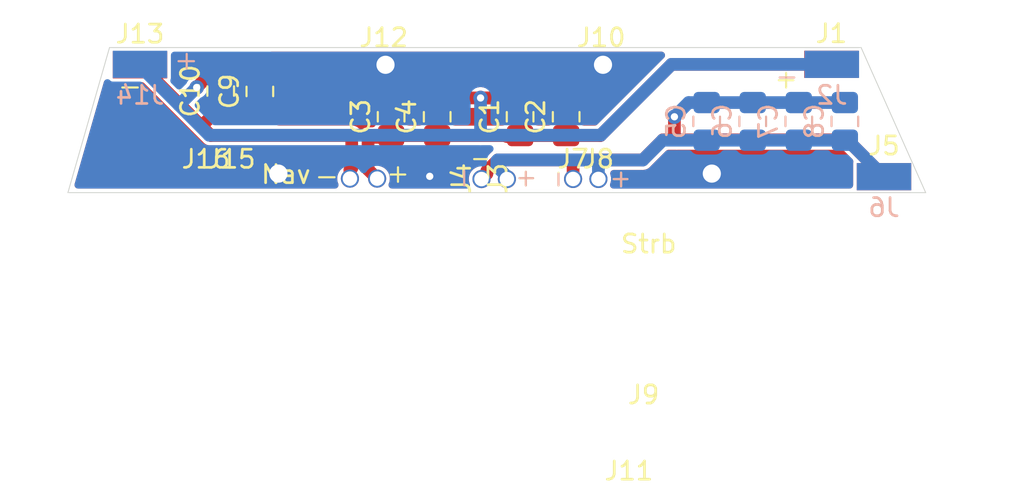
<source format=kicad_pcb>
(kicad_pcb (version 20171130) (host pcbnew "(5.1.9)-1")

  (general
    (thickness 1.6)
    (drawings 29)
    (tracks 83)
    (zones 0)
    (modules 26)
    (nets 7)
  )

  (page A4)
  (layers
    (0 F.Cu signal)
    (31 B.Cu signal)
    (32 B.Adhes user)
    (33 F.Adhes user)
    (34 B.Paste user)
    (35 F.Paste user)
    (36 B.SilkS user)
    (37 F.SilkS user)
    (38 B.Mask user)
    (39 F.Mask user)
    (40 Dwgs.User user)
    (41 Cmts.User user)
    (42 Eco1.User user)
    (43 Eco2.User user)
    (44 Edge.Cuts user)
    (45 Margin user)
    (46 B.CrtYd user)
    (47 F.CrtYd user)
    (48 B.Fab user)
    (49 F.Fab user)
  )

  (setup
    (last_trace_width 0.7)
    (user_trace_width 0.5)
    (user_trace_width 0.7)
    (trace_clearance 0.2)
    (zone_clearance 0.2)
    (zone_45_only no)
    (trace_min 0.2)
    (via_size 0.8)
    (via_drill 0.4)
    (via_min_size 0.4)
    (via_min_drill 0.3)
    (uvia_size 0.3)
    (uvia_drill 0.1)
    (uvias_allowed no)
    (uvia_min_size 0.2)
    (uvia_min_drill 0.1)
    (edge_width 0.05)
    (segment_width 0.2)
    (pcb_text_width 0.3)
    (pcb_text_size 1.5 1.5)
    (mod_edge_width 0.12)
    (mod_text_size 1 1)
    (mod_text_width 0.15)
    (pad_size 1 1)
    (pad_drill 0.8)
    (pad_to_mask_clearance 0)
    (aux_axis_origin 0 0)
    (visible_elements 7FFFFFFF)
    (pcbplotparams
      (layerselection 0x010fc_ffffffff)
      (usegerberextensions false)
      (usegerberattributes true)
      (usegerberadvancedattributes true)
      (creategerberjobfile true)
      (excludeedgelayer true)
      (linewidth 0.100000)
      (plotframeref false)
      (viasonmask false)
      (mode 1)
      (useauxorigin false)
      (hpglpennumber 1)
      (hpglpenspeed 20)
      (hpglpendiameter 15.000000)
      (psnegative false)
      (psa4output false)
      (plotreference true)
      (plotvalue true)
      (plotinvisibletext false)
      (padsonsilk false)
      (subtractmaskfromsilk false)
      (outputformat 1)
      (mirror false)
      (drillshape 1)
      (scaleselection 1)
      (outputdirectory ""))
  )

  (net 0 "")
  (net 1 "Net-(C1-Pad1)")
  (net 2 "Net-(C1-Pad2)")
  (net 3 GND)
  (net 4 "Net-(C5-Pad2)")
  (net 5 "Net-(C5-Pad1)")
  (net 6 "Net-(C10-Pad1)")

  (net_class Default "This is the default net class."
    (clearance 0.2)
    (trace_width 0.25)
    (via_dia 0.8)
    (via_drill 0.4)
    (uvia_dia 0.3)
    (uvia_drill 0.1)
    (add_net GND)
    (add_net "Net-(C1-Pad1)")
    (add_net "Net-(C1-Pad2)")
    (add_net "Net-(C10-Pad1)")
    (add_net "Net-(C5-Pad1)")
    (add_net "Net-(C5-Pad2)")
  )

  (module pins:WireSidePlate_001 (layer F.Cu) (tedit 61220B6C) (tstamp 6128DEE9)
    (at 41.55 2.275)
    (path /611CC688)
    (fp_text reference J1 (at 0 0.5) (layer F.SilkS)
      (effects (font (size 1 1) (thickness 0.15)))
    )
    (fp_text value Conn_01x01_Female (at 0 -0.5) (layer F.Fab)
      (effects (font (size 1 1) (thickness 0.15)))
    )
    (pad 1 smd rect (at 0 2.2) (size 3 1.5) (layers F.Cu F.Paste F.Mask)
      (net 1 "Net-(C1-Pad1)"))
  )

  (module pins:WireSidePlate_001 (layer B.Cu) (tedit 61220B6C) (tstamp 6128DEEE)
    (at 41.575 6.675)
    (path /611CDD3C)
    (fp_text reference J2 (at 0 -0.5) (layer B.SilkS)
      (effects (font (size 1 1) (thickness 0.15)) (justify mirror))
    )
    (fp_text value Conn_01x01_Female (at 0 0.5) (layer B.Fab)
      (effects (font (size 1 1) (thickness 0.15)) (justify mirror))
    )
    (pad 1 smd rect (at 0 -2.2) (size 3 1.5) (layers B.Cu B.Paste B.Mask)
      (net 2 "Net-(C1-Pad2)"))
  )

  (module pins:pin_0.8 (layer F.Cu) (tedit 6128A043) (tstamp 6128DEF3)
    (at 23.655 10.775 270)
    (path /6121E8A1)
    (fp_text reference J3 (at 0 0.5 90) (layer F.SilkS)
      (effects (font (size 1 1) (thickness 0.15)))
    )
    (fp_text value Conn_01x01_Female (at 0 -0.5 90) (layer F.Fab)
      (effects (font (size 1 1) (thickness 0.15)))
    )
    (pad 1 thru_hole circle (at 0 7.155 270) (size 1 1) (drill 0.8) (layers *.Cu *.Mask)
      (net 1 "Net-(C1-Pad1)"))
  )

  (module pins:pin_0.8 (layer F.Cu) (tedit 6128A052) (tstamp 6128DEF8)
    (at 21.65 10.775 270)
    (path /6121F038)
    (fp_text reference J4 (at 0 0.5 90) (layer F.SilkS)
      (effects (font (size 1 1) (thickness 0.15)))
    )
    (fp_text value Conn_01x01_Female (at 0 -0.5 90) (layer F.Fab)
      (effects (font (size 1 1) (thickness 0.15)))
    )
    (pad 1 thru_hole circle (at 0 6.65 270) (size 1 1) (drill 0.8) (layers *.Cu *.Mask)
      (net 6 "Net-(C10-Pad1)"))
  )

  (module pins:WireSidePlate_001 (layer F.Cu) (tedit 61220B6C) (tstamp 6128DEFD)
    (at 44.45 8.468)
    (path /612B2A44)
    (fp_text reference J5 (at 0 0.5) (layer F.SilkS)
      (effects (font (size 1 1) (thickness 0.15)))
    )
    (fp_text value Conn_01x01_Female (at 0 -0.5) (layer F.Fab)
      (effects (font (size 1 1) (thickness 0.15)))
    )
    (pad 1 smd rect (at 0 2.2) (size 3 1.5) (layers F.Cu F.Paste F.Mask)
      (net 5 "Net-(C5-Pad1)"))
  )

  (module pins:WireSidePlate_001 (layer B.Cu) (tedit 61220B6C) (tstamp 6128DF02)
    (at 44.45 12.868)
    (path /612B2A4A)
    (fp_text reference J6 (at 0 -0.5) (layer B.SilkS)
      (effects (font (size 1 1) (thickness 0.15)) (justify mirror))
    )
    (fp_text value Conn_01x01_Female (at 0 0.5) (layer B.Fab)
      (effects (font (size 1 1) (thickness 0.15)) (justify mirror))
    )
    (pad 1 smd rect (at 0 -2.2) (size 3 1.5) (layers B.Cu B.Paste B.Mask)
      (net 4 "Net-(C5-Pad2)"))
  )

  (module pins:pin_0.8 (layer F.Cu) (tedit 60E69780) (tstamp 6128DF07)
    (at 27.305 9.195)
    (path /612B2A79)
    (fp_text reference J7 (at 0 0.5) (layer F.SilkS)
      (effects (font (size 1 1) (thickness 0.15)))
    )
    (fp_text value Conn_01x01_Female (at 0 -0.5) (layer F.Fab)
      (effects (font (size 1 1) (thickness 0.15)))
    )
    (pad 1 thru_hole circle (at 0 1.6) (size 1 1) (drill 0.8) (layers *.Cu *.Mask)
      (net 5 "Net-(C5-Pad1)"))
  )

  (module pins:pin_0.8 (layer F.Cu) (tedit 60E69780) (tstamp 6128DF0C)
    (at 28.702 9.195)
    (path /612B2A7F)
    (fp_text reference J8 (at 0 0.5) (layer F.SilkS)
      (effects (font (size 1 1) (thickness 0.15)))
    )
    (fp_text value Conn_01x01_Female (at 0 -0.5) (layer F.Fab)
      (effects (font (size 1 1) (thickness 0.15)))
    )
    (pad 1 thru_hole circle (at 0 1.6) (size 1 1) (drill 0.8) (layers *.Cu *.Mask)
      (net 4 "Net-(C5-Pad2)"))
  )

  (module pins:pin_1.0 (layer F.Cu) (tedit 61289315) (tstamp 6128DF11)
    (at 31.195 22.195)
    (path /61225C0A)
    (fp_text reference J9 (at 0 0.5) (layer F.SilkS)
      (effects (font (size 1 1) (thickness 0.15)))
    )
    (fp_text value Conn_01x01_Female (at 0 -0.5) (layer F.Fab)
      (effects (font (size 1 1) (thickness 0.15)))
    )
    (pad 1 thru_hole circle (at -20.14 -11.695) (size 1.4 1.4) (drill 1) (layers *.Cu *.Mask)
      (net 3 GND))
  )

  (module pins:pin_1.0 (layer F.Cu) (tedit 6121F186) (tstamp 6128DF16)
    (at 28.855 2.5)
    (path /61225C10)
    (fp_text reference J10 (at 0 0.5) (layer F.SilkS)
      (effects (font (size 1 1) (thickness 0.15)))
    )
    (fp_text value Conn_01x01_Female (at 0 -0.5) (layer F.Fab)
      (effects (font (size 1 1) (thickness 0.15)))
    )
    (pad 1 thru_hole circle (at 0.1 2) (size 1.4 1.4) (drill 1) (layers *.Cu *.Mask)
      (net 3 GND))
  )

  (module pins:pin_1.0 (layer F.Cu) (tedit 61289335) (tstamp 6128DF1B)
    (at 30.385 26.395)
    (path /61225C16)
    (fp_text reference J11 (at 0 0.5) (layer F.SilkS)
      (effects (font (size 1 1) (thickness 0.15)))
    )
    (fp_text value Conn_01x01_Female (at 0 -0.5) (layer F.Fab)
      (effects (font (size 1 1) (thickness 0.15)))
    )
    (pad 1 thru_hole circle (at 4.57 -15.895) (size 1.4 1.4) (drill 1) (layers *.Cu *.Mask)
      (net 3 GND))
  )

  (module pins:pin_1.0 (layer F.Cu) (tedit 6121F186) (tstamp 6128DF20)
    (at 16.86212 2.5)
    (path /61225C1C)
    (fp_text reference J12 (at 0 0.5) (layer F.SilkS)
      (effects (font (size 1 1) (thickness 0.15)))
    )
    (fp_text value Conn_01x01_Female (at 0 -0.5) (layer F.Fab)
      (effects (font (size 1 1) (thickness 0.15)))
    )
    (pad 1 thru_hole circle (at 0.1 2) (size 1.4 1.4) (drill 1) (layers *.Cu *.Mask)
      (net 3 GND))
  )

  (module pins:WireSidePlate_001 (layer F.Cu) (tedit 61220B6C) (tstamp 6128DF25)
    (at 3.425 2.3)
    (path /612980B6)
    (fp_text reference J13 (at 0 0.5) (layer F.SilkS)
      (effects (font (size 1 1) (thickness 0.15)))
    )
    (fp_text value Conn_01x01_Female (at 0 -0.5) (layer F.Fab)
      (effects (font (size 1 1) (thickness 0.15)))
    )
    (pad 1 smd rect (at 0 2.2) (size 3 1.5) (layers F.Cu F.Paste F.Mask)
      (net 6 "Net-(C10-Pad1)"))
  )

  (module pins:WireSidePlate_001 (layer B.Cu) (tedit 61220B6C) (tstamp 6128DF2A)
    (at 3.425 6.675)
    (path /612980B0)
    (fp_text reference J14 (at 0 -0.5) (layer B.SilkS)
      (effects (font (size 1 1) (thickness 0.15)) (justify mirror))
    )
    (fp_text value Conn_01x01_Female (at 0 0.5) (layer B.Fab)
      (effects (font (size 1 1) (thickness 0.15)) (justify mirror))
    )
    (pad 1 smd rect (at 0 -2.2) (size 3 1.5) (layers B.Cu B.Paste B.Mask)
      (net 2 "Net-(C1-Pad2)"))
  )

  (module pins:pin_0.8 (layer F.Cu) (tedit 6128A36C) (tstamp 6128E9DD)
    (at 8.45764 9.20068)
    (path /612E5D94)
    (fp_text reference J15 (at 0 0.5) (layer F.SilkS)
      (effects (font (size 1 1) (thickness 0.15)))
    )
    (fp_text value Conn_01x01_Female (at 0 -0.5) (layer F.Fab)
      (effects (font (size 1 1) (thickness 0.15)))
    )
    (pad 1 thru_hole circle (at 13.79736 1.59972) (size 1 1) (drill 0.8) (layers *.Cu *.Mask)
      (net 5 "Net-(C5-Pad1)"))
  )

  (module pins:pin_0.8 (layer F.Cu) (tedit 6128A360) (tstamp 6128E9E2)
    (at 7.0612 9.20008)
    (path /612E5D9A)
    (fp_text reference J16 (at 0 0.5) (layer F.SilkS)
      (effects (font (size 1 1) (thickness 0.15)))
    )
    (fp_text value Conn_01x01_Female (at 0 -0.5) (layer F.Fab)
      (effects (font (size 1 1) (thickness 0.15)))
    )
    (pad 1 thru_hole circle (at 16.5938 1.60032) (size 1 1) (drill 0.8) (layers *.Cu *.Mask)
      (net 4 "Net-(C5-Pad2)"))
  )

  (module Capacitor_SMD:C_0805_2012Metric_Pad1.18x1.45mm_HandSolder (layer B.Cu) (tedit 5F68FEEF) (tstamp 612902BD)
    (at 34.671 7.62 270)
    (descr "Capacitor SMD 0805 (2012 Metric), square (rectangular) end terminal, IPC_7351 nominal with elongated pad for handsoldering. (Body size source: IPC-SM-782 page 76, https://www.pcb-3d.com/wordpress/wp-content/uploads/ipc-sm-782a_amendment_1_and_2.pdf, https://docs.google.com/spreadsheets/d/1BsfQQcO9C6DZCsRaXUlFlo91Tg2WpOkGARC1WS5S8t0/edit?usp=sharing), generated with kicad-footprint-generator")
    (tags "capacitor handsolder")
    (path /612B2A50)
    (attr smd)
    (fp_text reference C5 (at 0 1.68 270) (layer B.SilkS)
      (effects (font (size 1 1) (thickness 0.15)) (justify mirror))
    )
    (fp_text value C (at 0 -1.68 270) (layer B.Fab)
      (effects (font (size 1 1) (thickness 0.15)) (justify mirror))
    )
    (fp_line (start 1.88 -0.98) (end -1.88 -0.98) (layer B.CrtYd) (width 0.05))
    (fp_line (start 1.88 0.98) (end 1.88 -0.98) (layer B.CrtYd) (width 0.05))
    (fp_line (start -1.88 0.98) (end 1.88 0.98) (layer B.CrtYd) (width 0.05))
    (fp_line (start -1.88 -0.98) (end -1.88 0.98) (layer B.CrtYd) (width 0.05))
    (fp_line (start -0.261252 -0.735) (end 0.261252 -0.735) (layer B.SilkS) (width 0.12))
    (fp_line (start -0.261252 0.735) (end 0.261252 0.735) (layer B.SilkS) (width 0.12))
    (fp_line (start 1 -0.625) (end -1 -0.625) (layer B.Fab) (width 0.1))
    (fp_line (start 1 0.625) (end 1 -0.625) (layer B.Fab) (width 0.1))
    (fp_line (start -1 0.625) (end 1 0.625) (layer B.Fab) (width 0.1))
    (fp_line (start -1 -0.625) (end -1 0.625) (layer B.Fab) (width 0.1))
    (fp_text user %R (at 0 0 270) (layer B.Fab)
      (effects (font (size 0.5 0.5) (thickness 0.08)) (justify mirror))
    )
    (pad 1 smd roundrect (at -1.0375 0 270) (size 1.175 1.45) (layers B.Cu B.Paste B.Mask) (roundrect_rratio 0.212766)
      (net 5 "Net-(C5-Pad1)"))
    (pad 2 smd roundrect (at 1.0375 0 270) (size 1.175 1.45) (layers B.Cu B.Paste B.Mask) (roundrect_rratio 0.212766)
      (net 4 "Net-(C5-Pad2)"))
    (model ${KISYS3DMOD}/Capacitor_SMD.3dshapes/C_0805_2012Metric.wrl
      (at (xyz 0 0 0))
      (scale (xyz 1 1 1))
      (rotate (xyz 0 0 0))
    )
  )

  (module Capacitor_SMD:C_0805_2012Metric_Pad1.18x1.45mm_HandSolder (layer B.Cu) (tedit 5F68FEEF) (tstamp 612902CE)
    (at 37.211 7.62 270)
    (descr "Capacitor SMD 0805 (2012 Metric), square (rectangular) end terminal, IPC_7351 nominal with elongated pad for handsoldering. (Body size source: IPC-SM-782 page 76, https://www.pcb-3d.com/wordpress/wp-content/uploads/ipc-sm-782a_amendment_1_and_2.pdf, https://docs.google.com/spreadsheets/d/1BsfQQcO9C6DZCsRaXUlFlo91Tg2WpOkGARC1WS5S8t0/edit?usp=sharing), generated with kicad-footprint-generator")
    (tags "capacitor handsolder")
    (path /612B2A56)
    (attr smd)
    (fp_text reference C6 (at 0 1.68 270) (layer B.SilkS)
      (effects (font (size 1 1) (thickness 0.15)) (justify mirror))
    )
    (fp_text value C (at 0 -1.68 270) (layer B.Fab)
      (effects (font (size 1 1) (thickness 0.15)) (justify mirror))
    )
    (fp_text user %R (at 0 0 270) (layer B.Fab)
      (effects (font (size 0.5 0.5) (thickness 0.08)) (justify mirror))
    )
    (fp_line (start -1 -0.625) (end -1 0.625) (layer B.Fab) (width 0.1))
    (fp_line (start -1 0.625) (end 1 0.625) (layer B.Fab) (width 0.1))
    (fp_line (start 1 0.625) (end 1 -0.625) (layer B.Fab) (width 0.1))
    (fp_line (start 1 -0.625) (end -1 -0.625) (layer B.Fab) (width 0.1))
    (fp_line (start -0.261252 0.735) (end 0.261252 0.735) (layer B.SilkS) (width 0.12))
    (fp_line (start -0.261252 -0.735) (end 0.261252 -0.735) (layer B.SilkS) (width 0.12))
    (fp_line (start -1.88 -0.98) (end -1.88 0.98) (layer B.CrtYd) (width 0.05))
    (fp_line (start -1.88 0.98) (end 1.88 0.98) (layer B.CrtYd) (width 0.05))
    (fp_line (start 1.88 0.98) (end 1.88 -0.98) (layer B.CrtYd) (width 0.05))
    (fp_line (start 1.88 -0.98) (end -1.88 -0.98) (layer B.CrtYd) (width 0.05))
    (pad 2 smd roundrect (at 1.0375 0 270) (size 1.175 1.45) (layers B.Cu B.Paste B.Mask) (roundrect_rratio 0.212766)
      (net 4 "Net-(C5-Pad2)"))
    (pad 1 smd roundrect (at -1.0375 0 270) (size 1.175 1.45) (layers B.Cu B.Paste B.Mask) (roundrect_rratio 0.212766)
      (net 5 "Net-(C5-Pad1)"))
    (model ${KISYS3DMOD}/Capacitor_SMD.3dshapes/C_0805_2012Metric.wrl
      (at (xyz 0 0 0))
      (scale (xyz 1 1 1))
      (rotate (xyz 0 0 0))
    )
  )

  (module Capacitor_SMD:C_0805_2012Metric_Pad1.18x1.45mm_HandSolder (layer B.Cu) (tedit 5F68FEEF) (tstamp 612902DF)
    (at 39.751 7.62 270)
    (descr "Capacitor SMD 0805 (2012 Metric), square (rectangular) end terminal, IPC_7351 nominal with elongated pad for handsoldering. (Body size source: IPC-SM-782 page 76, https://www.pcb-3d.com/wordpress/wp-content/uploads/ipc-sm-782a_amendment_1_and_2.pdf, https://docs.google.com/spreadsheets/d/1BsfQQcO9C6DZCsRaXUlFlo91Tg2WpOkGARC1WS5S8t0/edit?usp=sharing), generated with kicad-footprint-generator")
    (tags "capacitor handsolder")
    (path /612B2A5C)
    (attr smd)
    (fp_text reference C7 (at 0 1.68 270) (layer B.SilkS)
      (effects (font (size 1 1) (thickness 0.15)) (justify mirror))
    )
    (fp_text value C (at 0 -1.68 270) (layer B.Fab)
      (effects (font (size 1 1) (thickness 0.15)) (justify mirror))
    )
    (fp_line (start 1.88 -0.98) (end -1.88 -0.98) (layer B.CrtYd) (width 0.05))
    (fp_line (start 1.88 0.98) (end 1.88 -0.98) (layer B.CrtYd) (width 0.05))
    (fp_line (start -1.88 0.98) (end 1.88 0.98) (layer B.CrtYd) (width 0.05))
    (fp_line (start -1.88 -0.98) (end -1.88 0.98) (layer B.CrtYd) (width 0.05))
    (fp_line (start -0.261252 -0.735) (end 0.261252 -0.735) (layer B.SilkS) (width 0.12))
    (fp_line (start -0.261252 0.735) (end 0.261252 0.735) (layer B.SilkS) (width 0.12))
    (fp_line (start 1 -0.625) (end -1 -0.625) (layer B.Fab) (width 0.1))
    (fp_line (start 1 0.625) (end 1 -0.625) (layer B.Fab) (width 0.1))
    (fp_line (start -1 0.625) (end 1 0.625) (layer B.Fab) (width 0.1))
    (fp_line (start -1 -0.625) (end -1 0.625) (layer B.Fab) (width 0.1))
    (fp_text user %R (at 0 0 270) (layer B.Fab)
      (effects (font (size 0.5 0.5) (thickness 0.08)) (justify mirror))
    )
    (pad 1 smd roundrect (at -1.0375 0 270) (size 1.175 1.45) (layers B.Cu B.Paste B.Mask) (roundrect_rratio 0.212766)
      (net 5 "Net-(C5-Pad1)"))
    (pad 2 smd roundrect (at 1.0375 0 270) (size 1.175 1.45) (layers B.Cu B.Paste B.Mask) (roundrect_rratio 0.212766)
      (net 4 "Net-(C5-Pad2)"))
    (model ${KISYS3DMOD}/Capacitor_SMD.3dshapes/C_0805_2012Metric.wrl
      (at (xyz 0 0 0))
      (scale (xyz 1 1 1))
      (rotate (xyz 0 0 0))
    )
  )

  (module Capacitor_SMD:C_0805_2012Metric_Pad1.18x1.45mm_HandSolder (layer B.Cu) (tedit 5F68FEEF) (tstamp 612902F0)
    (at 42.291 7.62 270)
    (descr "Capacitor SMD 0805 (2012 Metric), square (rectangular) end terminal, IPC_7351 nominal with elongated pad for handsoldering. (Body size source: IPC-SM-782 page 76, https://www.pcb-3d.com/wordpress/wp-content/uploads/ipc-sm-782a_amendment_1_and_2.pdf, https://docs.google.com/spreadsheets/d/1BsfQQcO9C6DZCsRaXUlFlo91Tg2WpOkGARC1WS5S8t0/edit?usp=sharing), generated with kicad-footprint-generator")
    (tags "capacitor handsolder")
    (path /612B2A62)
    (attr smd)
    (fp_text reference C8 (at 0 1.68 270) (layer B.SilkS)
      (effects (font (size 1 1) (thickness 0.15)) (justify mirror))
    )
    (fp_text value C (at 0 -1.68 270) (layer B.Fab)
      (effects (font (size 1 1) (thickness 0.15)) (justify mirror))
    )
    (fp_text user %R (at 0 0 270) (layer B.Fab)
      (effects (font (size 0.5 0.5) (thickness 0.08)) (justify mirror))
    )
    (fp_line (start -1 -0.625) (end -1 0.625) (layer B.Fab) (width 0.1))
    (fp_line (start -1 0.625) (end 1 0.625) (layer B.Fab) (width 0.1))
    (fp_line (start 1 0.625) (end 1 -0.625) (layer B.Fab) (width 0.1))
    (fp_line (start 1 -0.625) (end -1 -0.625) (layer B.Fab) (width 0.1))
    (fp_line (start -0.261252 0.735) (end 0.261252 0.735) (layer B.SilkS) (width 0.12))
    (fp_line (start -0.261252 -0.735) (end 0.261252 -0.735) (layer B.SilkS) (width 0.12))
    (fp_line (start -1.88 -0.98) (end -1.88 0.98) (layer B.CrtYd) (width 0.05))
    (fp_line (start -1.88 0.98) (end 1.88 0.98) (layer B.CrtYd) (width 0.05))
    (fp_line (start 1.88 0.98) (end 1.88 -0.98) (layer B.CrtYd) (width 0.05))
    (fp_line (start 1.88 -0.98) (end -1.88 -0.98) (layer B.CrtYd) (width 0.05))
    (pad 2 smd roundrect (at 1.0375 0 270) (size 1.175 1.45) (layers B.Cu B.Paste B.Mask) (roundrect_rratio 0.212766)
      (net 4 "Net-(C5-Pad2)"))
    (pad 1 smd roundrect (at -1.0375 0 270) (size 1.175 1.45) (layers B.Cu B.Paste B.Mask) (roundrect_rratio 0.212766)
      (net 5 "Net-(C5-Pad1)"))
    (model ${KISYS3DMOD}/Capacitor_SMD.3dshapes/C_0805_2012Metric.wrl
      (at (xyz 0 0 0))
      (scale (xyz 1 1 1))
      (rotate (xyz 0 0 0))
    )
  )

  (module Capacitor_SMD:C_0805_2012Metric_Pad1.18x1.45mm_HandSolder (layer F.Cu) (tedit 5F68FEEF) (tstamp 61290942)
    (at 24.384 7.366 90)
    (descr "Capacitor SMD 0805 (2012 Metric), square (rectangular) end terminal, IPC_7351 nominal with elongated pad for handsoldering. (Body size source: IPC-SM-782 page 76, https://www.pcb-3d.com/wordpress/wp-content/uploads/ipc-sm-782a_amendment_1_and_2.pdf, https://docs.google.com/spreadsheets/d/1BsfQQcO9C6DZCsRaXUlFlo91Tg2WpOkGARC1WS5S8t0/edit?usp=sharing), generated with kicad-footprint-generator")
    (tags "capacitor handsolder")
    (path /611CE72F)
    (attr smd)
    (fp_text reference C1 (at 0 -1.68 90) (layer F.SilkS)
      (effects (font (size 1 1) (thickness 0.15)))
    )
    (fp_text value C (at 0 1.68 90) (layer F.Fab)
      (effects (font (size 1 1) (thickness 0.15)))
    )
    (fp_text user %R (at 0 0 90) (layer F.Fab)
      (effects (font (size 0.5 0.5) (thickness 0.08)))
    )
    (fp_line (start -1 0.625) (end -1 -0.625) (layer F.Fab) (width 0.1))
    (fp_line (start -1 -0.625) (end 1 -0.625) (layer F.Fab) (width 0.1))
    (fp_line (start 1 -0.625) (end 1 0.625) (layer F.Fab) (width 0.1))
    (fp_line (start 1 0.625) (end -1 0.625) (layer F.Fab) (width 0.1))
    (fp_line (start -0.261252 -0.735) (end 0.261252 -0.735) (layer F.SilkS) (width 0.12))
    (fp_line (start -0.261252 0.735) (end 0.261252 0.735) (layer F.SilkS) (width 0.12))
    (fp_line (start -1.88 0.98) (end -1.88 -0.98) (layer F.CrtYd) (width 0.05))
    (fp_line (start -1.88 -0.98) (end 1.88 -0.98) (layer F.CrtYd) (width 0.05))
    (fp_line (start 1.88 -0.98) (end 1.88 0.98) (layer F.CrtYd) (width 0.05))
    (fp_line (start 1.88 0.98) (end -1.88 0.98) (layer F.CrtYd) (width 0.05))
    (pad 2 smd roundrect (at 1.0375 0 90) (size 1.175 1.45) (layers F.Cu F.Paste F.Mask) (roundrect_rratio 0.212766)
      (net 2 "Net-(C1-Pad2)"))
    (pad 1 smd roundrect (at -1.0375 0 90) (size 1.175 1.45) (layers F.Cu F.Paste F.Mask) (roundrect_rratio 0.212766)
      (net 1 "Net-(C1-Pad1)"))
    (model ${KISYS3DMOD}/Capacitor_SMD.3dshapes/C_0805_2012Metric.wrl
      (at (xyz 0 0 0))
      (scale (xyz 1 1 1))
      (rotate (xyz 0 0 0))
    )
  )

  (module Capacitor_SMD:C_0805_2012Metric_Pad1.18x1.45mm_HandSolder (layer F.Cu) (tedit 5F68FEEF) (tstamp 61290953)
    (at 26.924 7.366 90)
    (descr "Capacitor SMD 0805 (2012 Metric), square (rectangular) end terminal, IPC_7351 nominal with elongated pad for handsoldering. (Body size source: IPC-SM-782 page 76, https://www.pcb-3d.com/wordpress/wp-content/uploads/ipc-sm-782a_amendment_1_and_2.pdf, https://docs.google.com/spreadsheets/d/1BsfQQcO9C6DZCsRaXUlFlo91Tg2WpOkGARC1WS5S8t0/edit?usp=sharing), generated with kicad-footprint-generator")
    (tags "capacitor handsolder")
    (path /611CEE4D)
    (attr smd)
    (fp_text reference C2 (at 0 -1.68 90) (layer F.SilkS)
      (effects (font (size 1 1) (thickness 0.15)))
    )
    (fp_text value C (at 0 1.68 90) (layer F.Fab)
      (effects (font (size 1 1) (thickness 0.15)))
    )
    (fp_line (start 1.88 0.98) (end -1.88 0.98) (layer F.CrtYd) (width 0.05))
    (fp_line (start 1.88 -0.98) (end 1.88 0.98) (layer F.CrtYd) (width 0.05))
    (fp_line (start -1.88 -0.98) (end 1.88 -0.98) (layer F.CrtYd) (width 0.05))
    (fp_line (start -1.88 0.98) (end -1.88 -0.98) (layer F.CrtYd) (width 0.05))
    (fp_line (start -0.261252 0.735) (end 0.261252 0.735) (layer F.SilkS) (width 0.12))
    (fp_line (start -0.261252 -0.735) (end 0.261252 -0.735) (layer F.SilkS) (width 0.12))
    (fp_line (start 1 0.625) (end -1 0.625) (layer F.Fab) (width 0.1))
    (fp_line (start 1 -0.625) (end 1 0.625) (layer F.Fab) (width 0.1))
    (fp_line (start -1 -0.625) (end 1 -0.625) (layer F.Fab) (width 0.1))
    (fp_line (start -1 0.625) (end -1 -0.625) (layer F.Fab) (width 0.1))
    (fp_text user %R (at 0 0 90) (layer F.Fab)
      (effects (font (size 0.5 0.5) (thickness 0.08)))
    )
    (pad 1 smd roundrect (at -1.0375 0 90) (size 1.175 1.45) (layers F.Cu F.Paste F.Mask) (roundrect_rratio 0.212766)
      (net 1 "Net-(C1-Pad1)"))
    (pad 2 smd roundrect (at 1.0375 0 90) (size 1.175 1.45) (layers F.Cu F.Paste F.Mask) (roundrect_rratio 0.212766)
      (net 2 "Net-(C1-Pad2)"))
    (model ${KISYS3DMOD}/Capacitor_SMD.3dshapes/C_0805_2012Metric.wrl
      (at (xyz 0 0 0))
      (scale (xyz 1 1 1))
      (rotate (xyz 0 0 0))
    )
  )

  (module Capacitor_SMD:C_0805_2012Metric_Pad1.18x1.45mm_HandSolder (layer F.Cu) (tedit 5F68FEEF) (tstamp 61290964)
    (at 17.272 7.366 90)
    (descr "Capacitor SMD 0805 (2012 Metric), square (rectangular) end terminal, IPC_7351 nominal with elongated pad for handsoldering. (Body size source: IPC-SM-782 page 76, https://www.pcb-3d.com/wordpress/wp-content/uploads/ipc-sm-782a_amendment_1_and_2.pdf, https://docs.google.com/spreadsheets/d/1BsfQQcO9C6DZCsRaXUlFlo91Tg2WpOkGARC1WS5S8t0/edit?usp=sharing), generated with kicad-footprint-generator")
    (tags "capacitor handsolder")
    (path /611D226B)
    (attr smd)
    (fp_text reference C3 (at 0 -1.68 90) (layer F.SilkS)
      (effects (font (size 1 1) (thickness 0.15)))
    )
    (fp_text value C (at 0 1.68 90) (layer F.Fab)
      (effects (font (size 1 1) (thickness 0.15)))
    )
    (fp_text user %R (at 0 0 90) (layer F.Fab)
      (effects (font (size 0.5 0.5) (thickness 0.08)))
    )
    (fp_line (start -1 0.625) (end -1 -0.625) (layer F.Fab) (width 0.1))
    (fp_line (start -1 -0.625) (end 1 -0.625) (layer F.Fab) (width 0.1))
    (fp_line (start 1 -0.625) (end 1 0.625) (layer F.Fab) (width 0.1))
    (fp_line (start 1 0.625) (end -1 0.625) (layer F.Fab) (width 0.1))
    (fp_line (start -0.261252 -0.735) (end 0.261252 -0.735) (layer F.SilkS) (width 0.12))
    (fp_line (start -0.261252 0.735) (end 0.261252 0.735) (layer F.SilkS) (width 0.12))
    (fp_line (start -1.88 0.98) (end -1.88 -0.98) (layer F.CrtYd) (width 0.05))
    (fp_line (start -1.88 -0.98) (end 1.88 -0.98) (layer F.CrtYd) (width 0.05))
    (fp_line (start 1.88 -0.98) (end 1.88 0.98) (layer F.CrtYd) (width 0.05))
    (fp_line (start 1.88 0.98) (end -1.88 0.98) (layer F.CrtYd) (width 0.05))
    (pad 2 smd roundrect (at 1.0375 0 90) (size 1.175 1.45) (layers F.Cu F.Paste F.Mask) (roundrect_rratio 0.212766)
      (net 2 "Net-(C1-Pad2)"))
    (pad 1 smd roundrect (at -1.0375 0 90) (size 1.175 1.45) (layers F.Cu F.Paste F.Mask) (roundrect_rratio 0.212766)
      (net 1 "Net-(C1-Pad1)"))
    (model ${KISYS3DMOD}/Capacitor_SMD.3dshapes/C_0805_2012Metric.wrl
      (at (xyz 0 0 0))
      (scale (xyz 1 1 1))
      (rotate (xyz 0 0 0))
    )
  )

  (module Capacitor_SMD:C_0805_2012Metric_Pad1.18x1.45mm_HandSolder (layer F.Cu) (tedit 5F68FEEF) (tstamp 61290975)
    (at 19.812 7.366 90)
    (descr "Capacitor SMD 0805 (2012 Metric), square (rectangular) end terminal, IPC_7351 nominal with elongated pad for handsoldering. (Body size source: IPC-SM-782 page 76, https://www.pcb-3d.com/wordpress/wp-content/uploads/ipc-sm-782a_amendment_1_and_2.pdf, https://docs.google.com/spreadsheets/d/1BsfQQcO9C6DZCsRaXUlFlo91Tg2WpOkGARC1WS5S8t0/edit?usp=sharing), generated with kicad-footprint-generator")
    (tags "capacitor handsolder")
    (path /611D2271)
    (attr smd)
    (fp_text reference C4 (at 0 -1.68 90) (layer F.SilkS)
      (effects (font (size 1 1) (thickness 0.15)))
    )
    (fp_text value C (at 0 1.68 90) (layer F.Fab)
      (effects (font (size 1 1) (thickness 0.15)))
    )
    (fp_line (start 1.88 0.98) (end -1.88 0.98) (layer F.CrtYd) (width 0.05))
    (fp_line (start 1.88 -0.98) (end 1.88 0.98) (layer F.CrtYd) (width 0.05))
    (fp_line (start -1.88 -0.98) (end 1.88 -0.98) (layer F.CrtYd) (width 0.05))
    (fp_line (start -1.88 0.98) (end -1.88 -0.98) (layer F.CrtYd) (width 0.05))
    (fp_line (start -0.261252 0.735) (end 0.261252 0.735) (layer F.SilkS) (width 0.12))
    (fp_line (start -0.261252 -0.735) (end 0.261252 -0.735) (layer F.SilkS) (width 0.12))
    (fp_line (start 1 0.625) (end -1 0.625) (layer F.Fab) (width 0.1))
    (fp_line (start 1 -0.625) (end 1 0.625) (layer F.Fab) (width 0.1))
    (fp_line (start -1 -0.625) (end 1 -0.625) (layer F.Fab) (width 0.1))
    (fp_line (start -1 0.625) (end -1 -0.625) (layer F.Fab) (width 0.1))
    (fp_text user %R (at -0.060201 0 90) (layer F.Fab)
      (effects (font (size 0.5 0.5) (thickness 0.08)))
    )
    (pad 1 smd roundrect (at -1.0375 0 90) (size 1.175 1.45) (layers F.Cu F.Paste F.Mask) (roundrect_rratio 0.212766)
      (net 1 "Net-(C1-Pad1)"))
    (pad 2 smd roundrect (at 1.0375 0 90) (size 1.175 1.45) (layers F.Cu F.Paste F.Mask) (roundrect_rratio 0.212766)
      (net 2 "Net-(C1-Pad2)"))
    (model ${KISYS3DMOD}/Capacitor_SMD.3dshapes/C_0805_2012Metric.wrl
      (at (xyz 0 0 0))
      (scale (xyz 1 1 1))
      (rotate (xyz 0 0 0))
    )
  )

  (module Capacitor_SMD:C_0805_2012Metric_Pad1.18x1.45mm_HandSolder (layer F.Cu) (tedit 5F68FEEF) (tstamp 612914CB)
    (at 10.033 5.969 90)
    (descr "Capacitor SMD 0805 (2012 Metric), square (rectangular) end terminal, IPC_7351 nominal with elongated pad for handsoldering. (Body size source: IPC-SM-782 page 76, https://www.pcb-3d.com/wordpress/wp-content/uploads/ipc-sm-782a_amendment_1_and_2.pdf, https://docs.google.com/spreadsheets/d/1BsfQQcO9C6DZCsRaXUlFlo91Tg2WpOkGARC1WS5S8t0/edit?usp=sharing), generated with kicad-footprint-generator")
    (tags "capacitor handsolder")
    (path /61315458)
    (attr smd)
    (fp_text reference C9 (at 0 -1.68 90) (layer F.SilkS)
      (effects (font (size 1 1) (thickness 0.15)))
    )
    (fp_text value C (at 0 1.68 90) (layer F.Fab)
      (effects (font (size 1 1) (thickness 0.15)))
    )
    (fp_line (start 1.88 0.98) (end -1.88 0.98) (layer F.CrtYd) (width 0.05))
    (fp_line (start 1.88 -0.98) (end 1.88 0.98) (layer F.CrtYd) (width 0.05))
    (fp_line (start -1.88 -0.98) (end 1.88 -0.98) (layer F.CrtYd) (width 0.05))
    (fp_line (start -1.88 0.98) (end -1.88 -0.98) (layer F.CrtYd) (width 0.05))
    (fp_line (start -0.261252 0.735) (end 0.261252 0.735) (layer F.SilkS) (width 0.12))
    (fp_line (start -0.261252 -0.735) (end 0.261252 -0.735) (layer F.SilkS) (width 0.12))
    (fp_line (start 1 0.625) (end -1 0.625) (layer F.Fab) (width 0.1))
    (fp_line (start 1 -0.625) (end 1 0.625) (layer F.Fab) (width 0.1))
    (fp_line (start -1 -0.625) (end 1 -0.625) (layer F.Fab) (width 0.1))
    (fp_line (start -1 0.625) (end -1 -0.625) (layer F.Fab) (width 0.1))
    (fp_text user %R (at 0 0 90) (layer F.Fab)
      (effects (font (size 0.5 0.5) (thickness 0.08)))
    )
    (pad 1 smd roundrect (at -1.0375 0 90) (size 1.175 1.45) (layers F.Cu F.Paste F.Mask) (roundrect_rratio 0.212766)
      (net 6 "Net-(C10-Pad1)"))
    (pad 2 smd roundrect (at 1.0375 0 90) (size 1.175 1.45) (layers F.Cu F.Paste F.Mask) (roundrect_rratio 0.212766)
      (net 2 "Net-(C1-Pad2)"))
    (model ${KISYS3DMOD}/Capacitor_SMD.3dshapes/C_0805_2012Metric.wrl
      (at (xyz 0 0 0))
      (scale (xyz 1 1 1))
      (rotate (xyz 0 0 0))
    )
  )

  (module Capacitor_SMD:C_0805_2012Metric_Pad1.18x1.45mm_HandSolder (layer F.Cu) (tedit 5F68FEEF) (tstamp 612914DC)
    (at 7.874 5.9475 90)
    (descr "Capacitor SMD 0805 (2012 Metric), square (rectangular) end terminal, IPC_7351 nominal with elongated pad for handsoldering. (Body size source: IPC-SM-782 page 76, https://www.pcb-3d.com/wordpress/wp-content/uploads/ipc-sm-782a_amendment_1_and_2.pdf, https://docs.google.com/spreadsheets/d/1BsfQQcO9C6DZCsRaXUlFlo91Tg2WpOkGARC1WS5S8t0/edit?usp=sharing), generated with kicad-footprint-generator")
    (tags "capacitor handsolder")
    (path /6131545E)
    (attr smd)
    (fp_text reference C10 (at 0 -1.68 90) (layer F.SilkS)
      (effects (font (size 1 1) (thickness 0.15)))
    )
    (fp_text value C (at 0 1.68 90) (layer F.Fab)
      (effects (font (size 1 1) (thickness 0.15)))
    )
    (fp_text user %R (at 0 0 90) (layer F.Fab)
      (effects (font (size 0.5 0.5) (thickness 0.08)))
    )
    (fp_line (start -1 0.625) (end -1 -0.625) (layer F.Fab) (width 0.1))
    (fp_line (start -1 -0.625) (end 1 -0.625) (layer F.Fab) (width 0.1))
    (fp_line (start 1 -0.625) (end 1 0.625) (layer F.Fab) (width 0.1))
    (fp_line (start 1 0.625) (end -1 0.625) (layer F.Fab) (width 0.1))
    (fp_line (start -0.261252 -0.735) (end 0.261252 -0.735) (layer F.SilkS) (width 0.12))
    (fp_line (start -0.261252 0.735) (end 0.261252 0.735) (layer F.SilkS) (width 0.12))
    (fp_line (start -1.88 0.98) (end -1.88 -0.98) (layer F.CrtYd) (width 0.05))
    (fp_line (start -1.88 -0.98) (end 1.88 -0.98) (layer F.CrtYd) (width 0.05))
    (fp_line (start 1.88 -0.98) (end 1.88 0.98) (layer F.CrtYd) (width 0.05))
    (fp_line (start 1.88 0.98) (end -1.88 0.98) (layer F.CrtYd) (width 0.05))
    (pad 2 smd roundrect (at 1.0375 0 90) (size 1.175 1.45) (layers F.Cu F.Paste F.Mask) (roundrect_rratio 0.212766)
      (net 2 "Net-(C1-Pad2)"))
    (pad 1 smd roundrect (at -1.0375 0 90) (size 1.175 1.45) (layers F.Cu F.Paste F.Mask) (roundrect_rratio 0.212766)
      (net 6 "Net-(C10-Pad1)"))
    (model ${KISYS3DMOD}/Capacitor_SMD.3dshapes/C_0805_2012Metric.wrl
      (at (xyz 0 0 0))
      (scale (xyz 1 1 1))
      (rotate (xyz 0 0 0))
    )
  )

  (gr_line (start 21.85 9.7) (end 22.55 9.7) (layer F.SilkS) (width 0.12))
  (gr_line (start 26.5 11.15) (end 26.5 10.45) (layer F.SilkS) (width 0.12))
  (gr_line (start 29.95 11.2) (end 29.95 10.45) (layer F.SilkS) (width 0.12))
  (gr_line (start 29.55 10.8) (end 30.3 10.8) (layer F.SilkS) (width 0.12))
  (gr_line (start 24.7 11.15) (end 24.7 10.4) (layer F.SilkS) (width 0.12))
  (gr_line (start 24.35 10.75) (end 25.1 10.75) (layer F.SilkS) (width 0.12))
  (gr_line (start 21.3 11.15) (end 21.3 10.35) (layer B.SilkS) (width 0.12))
  (gr_line (start 24.35 10.75) (end 25.1 10.75) (layer B.SilkS) (width 0.12))
  (gr_line (start 24.7 11.15) (end 24.7 10.4) (layer B.SilkS) (width 0.12))
  (gr_line (start 26.5 10.5) (end 26.5 11.15) (layer B.SilkS) (width 0.12))
  (gr_line (start 29.95 11.2) (end 29.95 10.45) (layer B.SilkS) (width 0.12))
  (gr_line (start 29.55 10.8) (end 30.3 10.8) (layer B.SilkS) (width 0.12))
  (gr_line (start 39.5 5.2) (end 38.7 5.2) (layer B.SilkS) (width 0.12))
  (gr_line (start 6 4.7) (end 6 3.9) (layer B.SilkS) (width 0.12))
  (gr_line (start 5.55 4.3) (end 6.4 4.3) (layer B.SilkS) (width 0.12))
  (gr_line (start 2.45 5.75) (end 3.3 5.75) (layer F.SilkS) (width 0.12))
  (gr_line (start 14.15 10.7) (end 13.3 10.7) (layer F.SilkS) (width 0.12))
  (gr_line (start 18 10.55) (end 18.05 10.55) (layer F.SilkS) (width 0.12))
  (gr_line (start 17.35 10.55) (end 17.25 10.55) (layer F.SilkS) (width 0.12))
  (gr_line (start 17.65 10.95) (end 17.65 10.15) (layer F.SilkS) (width 0.12))
  (gr_line (start 17.35 10.55) (end 18 10.55) (layer F.SilkS) (width 0.12))
  (gr_line (start 39.05 5.75) (end 39.05 4.95) (layer F.SilkS) (width 0.12))
  (gr_line (start 38.65 5.35) (end 39.45 5.35) (layer F.SilkS) (width 0.12))
  (gr_line (start -0.5504 11.5503) (end 46.749 11.5503) (layer Edge.Cuts) (width 0.05))
  (gr_text Strb (at 31.475 14.375) (layer F.SilkS)
    (effects (font (size 1 1) (thickness 0.15)))
  )
  (gr_text Nav (at 11.47 10.545) (layer F.SilkS)
    (effects (font (size 1 1) (thickness 0.15)))
  )
  (gr_line (start 43.1872 3.5503) (end 1.7435 3.5503) (layer Edge.Cuts) (width 0.05) (tstamp 6128E11B))
  (gr_line (start 46.749 11.5503) (end 43.1872 3.5503) (layer Edge.Cuts) (width 0.05))
  (gr_line (start 1.7435 3.5503) (end -0.5504 11.5503) (layer Edge.Cuts) (width 0.05))

  (via (at 19.4 10.65) (size 0.8) (drill 0.4) (layers F.Cu B.Cu) (net 3))
  (segment (start 17.272 8.4035) (end 19.812 8.4035) (width 0.7) (layer F.Cu) (net 1))
  (segment (start 24.384 8.4035) (end 26.924 8.4035) (width 0.7) (layer F.Cu) (net 1))
  (segment (start 23.655 8.458) (end 23.6005 8.4035) (width 0.7) (layer F.Cu) (net 1))
  (segment (start 23.6005 8.4035) (end 24.384 8.4035) (width 0.7) (layer F.Cu) (net 1))
  (segment (start 19.812 8.4035) (end 23.6005 8.4035) (width 0.7) (layer F.Cu) (net 1))
  (segment (start 26.924 8.4035) (end 28.8075 8.4035) (width 0.7) (layer F.Cu) (net 1))
  (segment (start 32.736 4.475) (end 41.55 4.475) (width 0.7) (layer F.Cu) (net 1))
  (segment (start 28.8075 8.4035) (end 32.736 4.475) (width 0.7) (layer F.Cu) (net 1))
  (segment (start 16.5 10.775) (end 16 10.275) (width 0.7) (layer F.Cu) (net 1))
  (segment (start 16 10.275) (end 16 8.5) (width 0.7) (layer F.Cu) (net 1))
  (segment (start 17.1755 8.5) (end 17.272 8.4035) (width 0.7) (layer F.Cu) (net 1))
  (segment (start 16 8.5) (end 17.1755 8.5) (width 0.7) (layer F.Cu) (net 1))
  (segment (start 17.272 6.3285) (end 19.812 6.3285) (width 0.7) (layer F.Cu) (net 2))
  (segment (start 24.384 6.3285) (end 26.924 6.3285) (width 0.7) (layer F.Cu) (net 2))
  (segment (start 41.575 4.475) (end 32.736 4.475) (width 0.7) (layer B.Cu) (net 2))
  (segment (start 32.736 4.475) (end 28.829 8.382) (width 0.7) (layer B.Cu) (net 2))
  (segment (start 28.829 8.382) (end 22.225 8.382) (width 0.7) (layer B.Cu) (net 2))
  (segment (start 22.225 10.745) (end 22.255 10.775) (width 0.7) (layer B.Cu) (net 5))
  (segment (start 26.924 6.3285) (end 22.2035 6.3285) (width 0.7) (layer F.Cu) (net 2))
  (segment (start 22.2035 6.3285) (end 24.384 6.3285) (width 0.7) (layer F.Cu) (net 2))
  (segment (start 19.812 6.3285) (end 22.2035 6.3285) (width 0.7) (layer F.Cu) (net 2))
  (via (at 22.2035 6.3285) (size 0.8) (drill 0.4) (layers F.Cu B.Cu) (net 2))
  (segment (start 22.2035 8.3605) (end 22.225 8.382) (width 0.7) (layer B.Cu) (net 2))
  (segment (start 22.2035 6.3285) (end 22.2035 8.3605) (width 0.7) (layer B.Cu) (net 2))
  (segment (start 3.425 4.475) (end 3.425 4.568) (width 0.7) (layer B.Cu) (net 2))
  (segment (start 22.182 8.382) (end 22.2035 8.3605) (width 0.7) (layer B.Cu) (net 2))
  (segment (start 7.239 8.382) (end 22.182 8.382) (width 0.7) (layer B.Cu) (net 2))
  (segment (start 7.8955 4.9315) (end 7.874 4.91) (width 0.7) (layer F.Cu) (net 2))
  (segment (start 10.033 4.9315) (end 7.8955 4.9315) (width 0.7) (layer F.Cu) (net 2))
  (segment (start 7.874 4.91) (end 7.39 4.91) (width 0.7) (layer F.Cu) (net 2))
  (segment (start 7.39 4.91) (end 6.55 5.75) (width 0.7) (layer F.Cu) (net 2))
  (via (at 6.55 5.75) (size 0.8) (drill 0.4) (layers F.Cu B.Cu) (net 2))
  (segment (start 6.55 5.75) (end 5.5785 6.7215) (width 0.7) (layer B.Cu) (net 2))
  (segment (start 5.5785 6.7215) (end 7.239 8.382) (width 0.7) (layer B.Cu) (net 2))
  (segment (start 3.425 4.568) (end 5.5785 6.7215) (width 0.7) (layer B.Cu) (net 2))
  (segment (start 32.2365 8.6575) (end 34.671 8.6575) (width 0.7) (layer B.Cu) (net 4))
  (segment (start 34.671 8.6575) (end 37.211 8.6575) (width 0.7) (layer B.Cu) (net 4))
  (segment (start 37.211 8.6575) (end 39.751 8.6575) (width 0.7) (layer B.Cu) (net 4))
  (segment (start 39.751 8.6575) (end 42.291 8.6575) (width 0.7) (layer B.Cu) (net 4))
  (segment (start 42.4395 8.6575) (end 44.45 10.668) (width 0.7) (layer B.Cu) (net 4))
  (segment (start 42.291 8.6575) (end 42.4395 8.6575) (width 0.7) (layer B.Cu) (net 4))
  (segment (start 28.702 10.795) (end 28.702 10.033) (width 0.7) (layer B.Cu) (net 4))
  (segment (start 32.2365 8.6575) (end 32.2365 8.6635) (width 0.7) (layer B.Cu) (net 4))
  (segment (start 32.2365 8.6635) (end 31.15 9.75) (width 0.7) (layer B.Cu) (net 4))
  (segment (start 27.809001 9.744999) (end 23.155001 9.744999) (width 0.7) (layer B.Cu) (net 4))
  (segment (start 27.814002 9.75) (end 27.809001 9.744999) (width 0.7) (layer B.Cu) (net 4))
  (segment (start 31.15 9.75) (end 27.814002 9.75) (width 0.7) (layer B.Cu) (net 4))
  (segment (start 23.1 9.8) (end 23.1 10.1) (width 0.7) (layer B.Cu) (net 4))
  (segment (start 23.155001 9.744999) (end 23.1 9.8) (width 0.7) (layer B.Cu) (net 4))
  (segment (start 23.655 10.655) (end 23.655 10.8004) (width 0.7) (layer B.Cu) (net 4))
  (segment (start 23.1 10.1) (end 23.655 10.655) (width 0.7) (layer B.Cu) (net 4))
  (segment (start 42.291 6.5825) (end 39.751 6.5825) (width 0.7) (layer B.Cu) (net 5))
  (segment (start 39.751 6.5825) (end 37.211 6.5825) (width 0.7) (layer B.Cu) (net 5))
  (segment (start 37.211 6.5825) (end 34.671 6.5825) (width 0.7) (layer B.Cu) (net 5))
  (segment (start 34.671 6.5825) (end 33.6765 6.5825) (width 0.7) (layer B.Cu) (net 5))
  (segment (start 33.6765 6.5825) (end 32.893 7.366) (width 0.7) (layer B.Cu) (net 5))
  (via (at 32.893 7.366) (size 0.8) (drill 0.4) (layers F.Cu B.Cu) (net 5))
  (segment (start 42.418 8.636) (end 44.45 10.668) (width 0.7) (layer F.Cu) (net 5))
  (segment (start 31.149001 9.744999) (end 32.258 8.636) (width 0.7) (layer F.Cu) (net 5))
  (segment (start 32.893 8.509) (end 33.02 8.636) (width 0.7) (layer F.Cu) (net 5))
  (segment (start 32.893 7.366) (end 32.893 8.509) (width 0.7) (layer F.Cu) (net 5))
  (segment (start 33.02 8.636) (end 42.418 8.636) (width 0.7) (layer F.Cu) (net 5))
  (segment (start 32.258 8.636) (end 33.02 8.636) (width 0.7) (layer F.Cu) (net 5))
  (segment (start 23.156399 9.744999) (end 22.551398 10.35) (width 0.7) (layer F.Cu) (net 5))
  (segment (start 22.551398 10.504002) (end 22.255 10.8004) (width 0.7) (layer F.Cu) (net 5))
  (segment (start 22.551398 10.35) (end 22.551398 10.504002) (width 0.7) (layer F.Cu) (net 5))
  (segment (start 27.305 9.845) (end 27.405001 9.744999) (width 0.7) (layer F.Cu) (net 5))
  (segment (start 27.305 10.795) (end 27.305 9.845) (width 0.7) (layer F.Cu) (net 5))
  (segment (start 27.405001 9.744999) (end 23.156399 9.744999) (width 0.7) (layer F.Cu) (net 5))
  (segment (start 31.149001 9.744999) (end 27.405001 9.744999) (width 0.7) (layer F.Cu) (net 5))
  (segment (start 15 10.3) (end 15.09999 10.20001) (width 0.7) (layer F.Cu) (net 6))
  (segment (start 15 10.775) (end 15 10.3) (width 0.7) (layer F.Cu) (net 6))
  (segment (start 15.09999 10.20001) (end 15.09999 8.40001) (width 0.7) (layer F.Cu) (net 6))
  (segment (start 15.09999 8.40001) (end 15.09998 8.4) (width 0.7) (layer F.Cu) (net 6))
  (segment (start 7.325 8.4) (end 7.0612 8.1362) (width 0.7) (layer F.Cu) (net 6))
  (segment (start 15.09998 8.4) (end 7.325 8.4) (width 0.7) (layer F.Cu) (net 6))
  (segment (start 7.8955 7.0065) (end 7.874 6.985) (width 0.7) (layer F.Cu) (net 6))
  (segment (start 10.033 7.0065) (end 7.8955 7.0065) (width 0.7) (layer F.Cu) (net 6))
  (segment (start 7.715 6.985) (end 6.8125 7.8875) (width 0.7) (layer F.Cu) (net 6))
  (segment (start 7.874 6.985) (end 7.715 6.985) (width 0.7) (layer F.Cu) (net 6))
  (segment (start 6.8125 7.8875) (end 3.425 4.5) (width 0.7) (layer F.Cu) (net 6))
  (segment (start 7.0612 8.1362) (end 6.8125 7.8875) (width 0.7) (layer F.Cu) (net 6))

  (zone (net 3) (net_name GND) (layer F.Cu) (tstamp 0) (hatch edge 0.508)
    (connect_pads yes (clearance 0.2))
    (min_thickness 0.4)
    (fill yes (arc_segments 32) (thermal_gap 0.508) (thermal_bridge_width 0.508))
    (polygon
      (pts
        (xy 46.75 11.55) (xy -0.55 11.55) (xy 1.75 3.55) (xy 43.2 3.55)
      )
    )
    (filled_polygon
      (pts
        (xy 1.640789 5.534211) (xy 1.701697 5.584197) (xy 1.771186 5.62134) (xy 1.846586 5.644212) (xy 1.925 5.651935)
        (xy 3.516276 5.651935) (xy 6.256133 8.391794) (xy 6.279605 8.420395) (xy 6.308206 8.443867) (xy 6.308215 8.443876)
        (xy 6.308226 8.443885) (xy 6.768621 8.90428) (xy 6.792105 8.932895) (xy 6.906307 9.026619) (xy 7.036599 9.096261)
        (xy 7.177974 9.139147) (xy 7.288165 9.15) (xy 7.288172 9.15) (xy 7.325 9.153627) (xy 7.361828 9.15)
        (xy 14.349991 9.15) (xy 14.34999 9.925069) (xy 14.303739 10.011599) (xy 14.260853 10.152974) (xy 14.25 10.263165)
        (xy 14.25 10.263173) (xy 14.248345 10.279973) (xy 14.20243 10.34869) (xy 14.134586 10.51248) (xy 14.1 10.686358)
        (xy 14.1 10.863642) (xy 14.134586 11.03752) (xy 14.170946 11.1253) (xy 0.013589 11.1253) (xy 1.622985 5.512517)
      )
    )
    (filled_polygon
      (pts
        (xy 18.876012 9.201988) (xy 18.974804 9.283064) (xy 19.087515 9.343309) (xy 19.209814 9.380408) (xy 19.337 9.392935)
        (xy 20.287 9.392935) (xy 20.414186 9.380408) (xy 20.536485 9.343309) (xy 20.649196 9.283064) (xy 20.747988 9.201988)
        (xy 20.787781 9.1535) (xy 22.694912 9.1535) (xy 22.694746 9.153637) (xy 22.623504 9.212104) (xy 22.600025 9.240713)
        (xy 22.047117 9.793622) (xy 22.018503 9.817105) (xy 21.924779 9.931308) (xy 21.903003 9.972049) (xy 21.82869 10.00283)
        (xy 21.681283 10.101324) (xy 21.555924 10.226683) (xy 21.45743 10.37409) (xy 21.389586 10.53788) (xy 21.355 10.711758)
        (xy 21.355 10.889042) (xy 21.389586 11.06292) (xy 21.415425 11.1253) (xy 17.329054 11.1253) (xy 17.365414 11.03752)
        (xy 17.4 10.863642) (xy 17.4 10.686358) (xy 17.365414 10.51248) (xy 17.29757 10.34869) (xy 17.199076 10.201283)
        (xy 17.073717 10.075924) (xy 16.92631 9.97743) (xy 16.76252 9.909586) (xy 16.75 9.907096) (xy 16.75 9.388306)
        (xy 16.797 9.392935) (xy 17.747 9.392935) (xy 17.874186 9.380408) (xy 17.996485 9.343309) (xy 18.109196 9.283064)
        (xy 18.207988 9.201988) (xy 18.247781 9.1535) (xy 18.836219 9.1535)
      )
    )
    (filled_polygon
      (pts
        (xy 33.019999 9.389627) (xy 33.056827 9.386) (xy 42.107341 9.386) (xy 42.556984 9.835643) (xy 42.555788 9.839586)
        (xy 42.548065 9.918) (xy 42.548065 11.1253) (xy 29.539339 11.1253) (xy 29.567414 11.05752) (xy 29.602 10.883642)
        (xy 29.602 10.706358) (xy 29.567414 10.53248) (xy 29.551889 10.494999) (xy 31.112174 10.494999) (xy 31.149001 10.498626)
        (xy 31.185828 10.494999) (xy 31.185836 10.494999) (xy 31.296027 10.484146) (xy 31.437402 10.44126) (xy 31.567694 10.371618)
        (xy 31.681896 10.277894) (xy 31.705379 10.24928) (xy 32.568661 9.386) (xy 32.983172 9.386)
      )
    )
    (filled_polygon
      (pts
        (xy 28.496841 7.6535) (xy 27.899781 7.6535) (xy 27.859988 7.605012) (xy 27.761196 7.523936) (xy 27.648485 7.463691)
        (xy 27.526186 7.426592) (xy 27.399 7.414065) (xy 26.449 7.414065) (xy 26.321814 7.426592) (xy 26.199515 7.463691)
        (xy 26.086804 7.523936) (xy 25.988012 7.605012) (xy 25.948219 7.6535) (xy 25.359781 7.6535) (xy 25.319988 7.605012)
        (xy 25.221196 7.523936) (xy 25.108485 7.463691) (xy 24.986186 7.426592) (xy 24.859 7.414065) (xy 23.909 7.414065)
        (xy 23.781814 7.426592) (xy 23.659515 7.463691) (xy 23.546804 7.523936) (xy 23.448012 7.605012) (xy 23.408219 7.6535)
        (xy 20.787781 7.6535) (xy 20.747988 7.605012) (xy 20.649196 7.523936) (xy 20.536485 7.463691) (xy 20.414186 7.426592)
        (xy 20.287 7.414065) (xy 19.337 7.414065) (xy 19.209814 7.426592) (xy 19.087515 7.463691) (xy 18.974804 7.523936)
        (xy 18.876012 7.605012) (xy 18.836219 7.6535) (xy 18.247781 7.6535) (xy 18.207988 7.605012) (xy 18.109196 7.523936)
        (xy 17.996485 7.463691) (xy 17.874186 7.426592) (xy 17.747 7.414065) (xy 16.797 7.414065) (xy 16.669814 7.426592)
        (xy 16.547515 7.463691) (xy 16.434804 7.523936) (xy 16.336012 7.605012) (xy 16.254936 7.703804) (xy 16.230244 7.75)
        (xy 16.036835 7.75) (xy 16 7.746372) (xy 15.963165 7.75) (xy 15.852974 7.760853) (xy 15.711599 7.803739)
        (xy 15.617167 7.854214) (xy 15.518673 7.773381) (xy 15.388381 7.703739) (xy 15.247006 7.660853) (xy 15.136815 7.65)
        (xy 15.136807 7.65) (xy 15.09998 7.646373) (xy 15.063153 7.65) (xy 11.080101 7.65) (xy 11.110309 7.593485)
        (xy 11.147408 7.471186) (xy 11.159935 7.344) (xy 11.159935 6.669) (xy 11.147408 6.541814) (xy 11.110309 6.419515)
        (xy 11.050064 6.306804) (xy 10.968988 6.208012) (xy 10.870196 6.126936) (xy 10.757485 6.066691) (xy 10.635186 6.029592)
        (xy 10.508 6.017065) (xy 9.558 6.017065) (xy 9.430814 6.029592) (xy 9.308515 6.066691) (xy 9.195804 6.126936)
        (xy 9.097012 6.208012) (xy 9.057219 6.2565) (xy 8.867425 6.2565) (xy 8.809988 6.186512) (xy 8.711196 6.105436)
        (xy 8.598485 6.045191) (xy 8.476186 6.008092) (xy 8.349 5.995565) (xy 7.399 5.995565) (xy 7.36139 5.999269)
        (xy 7.369659 5.991) (xy 16.145065 5.991) (xy 16.145065 6.666) (xy 16.157592 6.793186) (xy 16.194691 6.915485)
        (xy 16.254936 7.028196) (xy 16.336012 7.126988) (xy 16.434804 7.208064) (xy 16.547515 7.268309) (xy 16.669814 7.305408)
        (xy 16.797 7.317935) (xy 17.747 7.317935) (xy 17.874186 7.305408) (xy 17.996485 7.268309) (xy 18.109196 7.208064)
        (xy 18.207988 7.126988) (xy 18.247781 7.0785) (xy 18.836219 7.0785) (xy 18.876012 7.126988) (xy 18.974804 7.208064)
        (xy 19.087515 7.268309) (xy 19.209814 7.305408) (xy 19.337 7.317935) (xy 20.287 7.317935) (xy 20.414186 7.305408)
        (xy 20.536485 7.268309) (xy 20.649196 7.208064) (xy 20.747988 7.126988) (xy 20.787781 7.0785) (xy 21.923659 7.0785)
        (xy 21.970149 7.097757) (xy 22.124707 7.1285) (xy 22.282293 7.1285) (xy 22.436851 7.097757) (xy 22.483341 7.0785)
        (xy 23.408219 7.0785) (xy 23.448012 7.126988) (xy 23.546804 7.208064) (xy 23.659515 7.268309) (xy 23.781814 7.305408)
        (xy 23.909 7.317935) (xy 24.859 7.317935) (xy 24.986186 7.305408) (xy 25.108485 7.268309) (xy 25.221196 7.208064)
        (xy 25.319988 7.126988) (xy 25.359781 7.0785) (xy 25.948219 7.0785) (xy 25.988012 7.126988) (xy 26.086804 7.208064)
        (xy 26.199515 7.268309) (xy 26.321814 7.305408) (xy 26.449 7.317935) (xy 27.399 7.317935) (xy 27.526186 7.305408)
        (xy 27.648485 7.268309) (xy 27.761196 7.208064) (xy 27.859988 7.126988) (xy 27.941064 7.028196) (xy 28.001309 6.915485)
        (xy 28.038408 6.793186) (xy 28.050935 6.666) (xy 28.050935 5.991) (xy 28.038408 5.863814) (xy 28.001309 5.741515)
        (xy 27.941064 5.628804) (xy 27.859988 5.530012) (xy 27.761196 5.448936) (xy 27.648485 5.388691) (xy 27.526186 5.351592)
        (xy 27.399 5.339065) (xy 26.449 5.339065) (xy 26.321814 5.351592) (xy 26.199515 5.388691) (xy 26.086804 5.448936)
        (xy 25.988012 5.530012) (xy 25.948219 5.5785) (xy 25.359781 5.5785) (xy 25.319988 5.530012) (xy 25.221196 5.448936)
        (xy 25.108485 5.388691) (xy 24.986186 5.351592) (xy 24.859 5.339065) (xy 23.909 5.339065) (xy 23.781814 5.351592)
        (xy 23.659515 5.388691) (xy 23.546804 5.448936) (xy 23.448012 5.530012) (xy 23.408219 5.5785) (xy 22.483341 5.5785)
        (xy 22.436851 5.559243) (xy 22.282293 5.5285) (xy 22.124707 5.5285) (xy 21.970149 5.559243) (xy 21.923659 5.5785)
        (xy 20.787781 5.5785) (xy 20.747988 5.530012) (xy 20.649196 5.448936) (xy 20.536485 5.388691) (xy 20.414186 5.351592)
        (xy 20.287 5.339065) (xy 19.337 5.339065) (xy 19.209814 5.351592) (xy 19.087515 5.388691) (xy 18.974804 5.448936)
        (xy 18.876012 5.530012) (xy 18.836219 5.5785) (xy 18.247781 5.5785) (xy 18.207988 5.530012) (xy 18.109196 5.448936)
        (xy 17.996485 5.388691) (xy 17.874186 5.351592) (xy 17.747 5.339065) (xy 16.797 5.339065) (xy 16.669814 5.351592)
        (xy 16.547515 5.388691) (xy 16.434804 5.448936) (xy 16.336012 5.530012) (xy 16.254936 5.628804) (xy 16.194691 5.741515)
        (xy 16.157592 5.863814) (xy 16.145065 5.991) (xy 7.369659 5.991) (xy 7.461225 5.899435) (xy 8.349 5.899435)
        (xy 8.476186 5.886908) (xy 8.598485 5.849809) (xy 8.711196 5.789564) (xy 8.809988 5.708488) (xy 8.832136 5.6815)
        (xy 9.057219 5.6815) (xy 9.097012 5.729988) (xy 9.195804 5.811064) (xy 9.308515 5.871309) (xy 9.430814 5.908408)
        (xy 9.558 5.920935) (xy 10.508 5.920935) (xy 10.635186 5.908408) (xy 10.757485 5.871309) (xy 10.870196 5.811064)
        (xy 10.968988 5.729988) (xy 11.050064 5.631196) (xy 11.110309 5.518485) (xy 11.147408 5.396186) (xy 11.159935 5.269)
        (xy 11.159935 4.594) (xy 11.147408 4.466814) (xy 11.110309 4.344515) (xy 11.050064 4.231804) (xy 10.968988 4.133012)
        (xy 10.870196 4.051936) (xy 10.757485 3.991691) (xy 10.703451 3.9753) (xy 32.17504 3.9753)
      )
    )
  )
  (zone (net 3) (net_name GND) (layer B.Cu) (tstamp 0) (hatch edge 0.508)
    (connect_pads yes (clearance 0.2))
    (min_thickness 0.4)
    (fill yes (arc_segments 32) (thermal_gap 0.508) (thermal_bridge_width 0.508))
    (polygon
      (pts
        (xy 46.75 11.55) (xy -0.55 11.55) (xy 1.75 3.55) (xy 43.2 3.55)
      )
    )
    (filled_polygon
      (pts
        (xy 1.640789 5.509211) (xy 1.701697 5.559197) (xy 1.771186 5.59634) (xy 1.846586 5.619212) (xy 1.925 5.626935)
        (xy 3.423276 5.626935) (xy 5.022128 7.225788) (xy 5.045605 7.254395) (xy 5.074212 7.277872) (xy 5.074216 7.277876)
        (xy 5.074221 7.27788) (xy 6.682626 8.886286) (xy 6.706105 8.914895) (xy 6.734714 8.938374) (xy 6.734716 8.938376)
        (xy 6.794109 8.987119) (xy 6.820307 9.008619) (xy 6.950599 9.078261) (xy 7.091974 9.121147) (xy 7.202165 9.132)
        (xy 7.202172 9.132) (xy 7.239 9.135627) (xy 7.275828 9.132) (xy 22.145173 9.132) (xy 22.182 9.135627)
        (xy 22.2035 9.13351) (xy 22.225 9.135627) (xy 22.261828 9.132) (xy 22.719712 9.132) (xy 22.622106 9.212104)
        (xy 22.598622 9.240719) (xy 22.59572 9.243621) (xy 22.567105 9.267105) (xy 22.473381 9.381308) (xy 22.403739 9.5116)
        (xy 22.360853 9.652975) (xy 22.35 9.763166) (xy 22.35 9.763173) (xy 22.346373 9.8) (xy 22.35 9.836827)
        (xy 22.35 9.901665) (xy 22.343642 9.9004) (xy 22.166358 9.9004) (xy 21.99248 9.934986) (xy 21.82869 10.00283)
        (xy 21.681283 10.101324) (xy 21.555924 10.226683) (xy 21.45743 10.37409) (xy 21.389586 10.53788) (xy 21.355 10.711758)
        (xy 21.355 10.889042) (xy 21.389586 11.06292) (xy 21.415425 11.1253) (xy 17.329054 11.1253) (xy 17.365414 11.03752)
        (xy 17.4 10.863642) (xy 17.4 10.686358) (xy 17.365414 10.51248) (xy 17.29757 10.34869) (xy 17.199076 10.201283)
        (xy 17.073717 10.075924) (xy 16.92631 9.97743) (xy 16.76252 9.909586) (xy 16.588642 9.875) (xy 16.411358 9.875)
        (xy 16.23748 9.909586) (xy 16.07369 9.97743) (xy 15.926283 10.075924) (xy 15.800924 10.201283) (xy 15.75 10.277496)
        (xy 15.699076 10.201283) (xy 15.573717 10.075924) (xy 15.42631 9.97743) (xy 15.26252 9.909586) (xy 15.088642 9.875)
        (xy 14.911358 9.875) (xy 14.73748 9.909586) (xy 14.57369 9.97743) (xy 14.426283 10.075924) (xy 14.300924 10.201283)
        (xy 14.20243 10.34869) (xy 14.134586 10.51248) (xy 14.1 10.686358) (xy 14.1 10.863642) (xy 14.134586 11.03752)
        (xy 14.170946 11.1253) (xy 0.013589 11.1253) (xy 1.628297 5.49399)
      )
    )
    (filled_polygon
      (pts
        (xy 33.735012 9.455988) (xy 33.833804 9.537064) (xy 33.946515 9.597309) (xy 34.068814 9.634408) (xy 34.196 9.646935)
        (xy 35.146 9.646935) (xy 35.273186 9.634408) (xy 35.395485 9.597309) (xy 35.508196 9.537064) (xy 35.606988 9.455988)
        (xy 35.646781 9.4075) (xy 36.235219 9.4075) (xy 36.275012 9.455988) (xy 36.373804 9.537064) (xy 36.486515 9.597309)
        (xy 36.608814 9.634408) (xy 36.736 9.646935) (xy 37.686 9.646935) (xy 37.813186 9.634408) (xy 37.935485 9.597309)
        (xy 38.048196 9.537064) (xy 38.146988 9.455988) (xy 38.186781 9.4075) (xy 38.775219 9.4075) (xy 38.815012 9.455988)
        (xy 38.913804 9.537064) (xy 39.026515 9.597309) (xy 39.148814 9.634408) (xy 39.276 9.646935) (xy 40.226 9.646935)
        (xy 40.353186 9.634408) (xy 40.475485 9.597309) (xy 40.588196 9.537064) (xy 40.686988 9.455988) (xy 40.726781 9.4075)
        (xy 41.315219 9.4075) (xy 41.355012 9.455988) (xy 41.453804 9.537064) (xy 41.566515 9.597309) (xy 41.688814 9.634408)
        (xy 41.816 9.646935) (xy 42.368276 9.646935) (xy 42.556984 9.835644) (xy 42.555788 9.839586) (xy 42.548065 9.918)
        (xy 42.548065 11.1253) (xy 29.539339 11.1253) (xy 29.567414 11.05752) (xy 29.602 10.883642) (xy 29.602 10.706358)
        (xy 29.567414 10.53248) (xy 29.55396 10.5) (xy 31.113173 10.5) (xy 31.15 10.503627) (xy 31.186827 10.5)
        (xy 31.186835 10.5) (xy 31.297026 10.489147) (xy 31.438401 10.446261) (xy 31.568693 10.376619) (xy 31.682895 10.282895)
        (xy 31.706378 10.254281) (xy 32.55316 9.4075) (xy 33.695219 9.4075)
      )
    )
    (filled_polygon
      (pts
        (xy 28.518341 7.632) (xy 22.9535 7.632) (xy 22.9535 6.608341) (xy 22.972757 6.561851) (xy 23.0035 6.407293)
        (xy 23.0035 6.249707) (xy 22.972757 6.095149) (xy 22.912451 5.949558) (xy 22.824901 5.81853) (xy 22.71347 5.707099)
        (xy 22.582442 5.619549) (xy 22.436851 5.559243) (xy 22.282293 5.5285) (xy 22.124707 5.5285) (xy 21.970149 5.559243)
        (xy 21.824558 5.619549) (xy 21.69353 5.707099) (xy 21.582099 5.81853) (xy 21.494549 5.949558) (xy 21.434243 6.095149)
        (xy 21.4035 6.249707) (xy 21.4035 6.407293) (xy 21.434243 6.561851) (xy 21.4535 6.608342) (xy 21.453501 7.632)
        (xy 7.54966 7.632) (xy 6.63916 6.7215) (xy 6.882453 6.478207) (xy 6.928942 6.458951) (xy 7.05997 6.371401)
        (xy 7.171401 6.25997) (xy 7.258951 6.128942) (xy 7.319257 5.983351) (xy 7.35 5.828793) (xy 7.35 5.671207)
        (xy 7.319257 5.516649) (xy 7.258951 5.371058) (xy 7.171401 5.24003) (xy 7.05997 5.128599) (xy 6.928942 5.041049)
        (xy 6.783351 4.980743) (xy 6.628793 4.95) (xy 6.471207 4.95) (xy 6.316649 4.980743) (xy 6.171058 5.041049)
        (xy 6.04003 5.128599) (xy 5.928599 5.24003) (xy 5.841049 5.371058) (xy 5.821793 5.417547) (xy 5.5785 5.66084)
        (xy 5.296371 5.378711) (xy 5.319212 5.303414) (xy 5.326935 5.225) (xy 5.326935 3.9753) (xy 32.175039 3.9753)
      )
    )
  )
)

</source>
